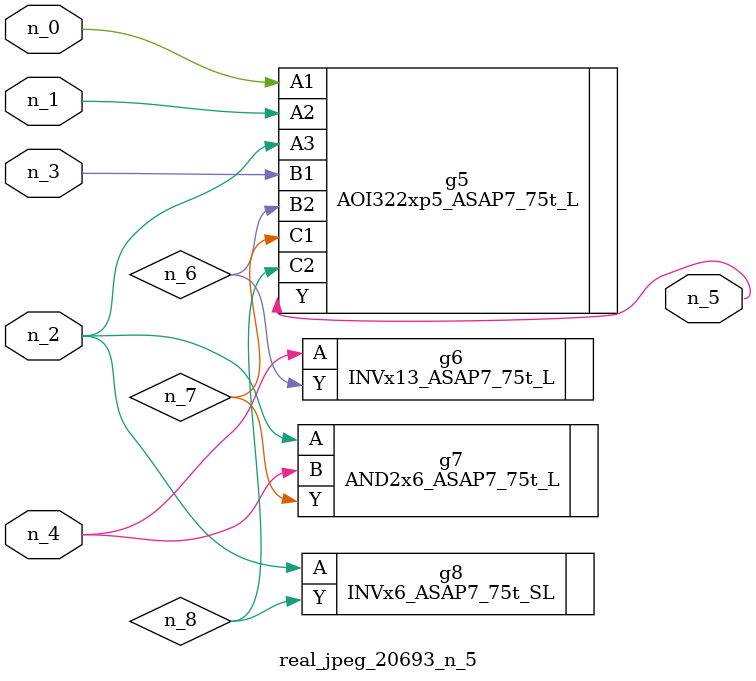
<source format=v>
module real_jpeg_20693_n_5 (n_4, n_0, n_1, n_2, n_3, n_5);

input n_4;
input n_0;
input n_1;
input n_2;
input n_3;

output n_5;

wire n_8;
wire n_6;
wire n_7;

AOI322xp5_ASAP7_75t_L g5 ( 
.A1(n_0),
.A2(n_1),
.A3(n_2),
.B1(n_3),
.B2(n_6),
.C1(n_7),
.C2(n_8),
.Y(n_5)
);

AND2x6_ASAP7_75t_L g7 ( 
.A(n_2),
.B(n_4),
.Y(n_7)
);

INVx6_ASAP7_75t_SL g8 ( 
.A(n_2),
.Y(n_8)
);

INVx13_ASAP7_75t_L g6 ( 
.A(n_4),
.Y(n_6)
);


endmodule
</source>
